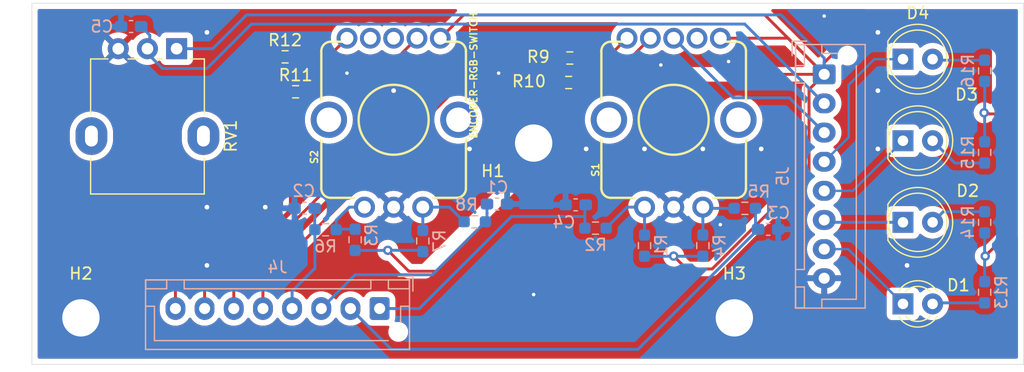
<source format=kicad_pcb>
(kicad_pcb (version 20240108) (generator "pcbnew") (generator_version "8.0")
  (layers (0 "F.Cu" signal) (31 "B.Cu" signal) (34 "B.Paste" user) (35 "F.Paste" user) (36 "B.SilkS" user "B.Silkscreen") (37 "F.SilkS" user "F.Silkscreen") (38 "B.Mask" user) (39 "F.Mask" user) (44 "Edge.Cuts" user))
  (net 0 "")
  (net 1 "GND")
  (net 2 "B Encodeur 2")
  (net 3 "A Encodeur 2")
  (net 4 "B Encodeur 1")
  (net 5 "A Encodeur 1")
  (net 6 "Potar_volume")
  (net 7 "Net-(D1-A)")
  (net 8 "band0")
  (net 9 "Net-(D2-A)")
  (net 10 "band1")
  (net 11 "band2")
  (net 12 "Net-(D3-A)")
  (net 13 "Net-(D4-A)")
  (net 14 "band3")
  (net 15 "TIM3_CH1")
  (net 16 "TIM3_CH2")
  (net 17 "TIM3_CH4")
  (net 18 "TIM3_CH3")
  (net 19 "+3.3V")
  (net 20 "EQ_BAND_BTN")
  (net 21 "Net-(R1-Pad2)")
  (net 22 "Net-(R3-Pad2)")
  (net 23 "Net-(R4-Pad2)")
  (net 24 "Net-(R7-Pad2)")
  (net 25 "Net-(R9-Pad1)")
  (net 26 "Net-(R10-Pad1)")
  (net 27 "Net-(R11-Pad2)")
  (net 28 "Net-(R12-Pad2)")
  (footprint "LED_THT:LED_D5.0mm" (layer "F.Cu") (at 214.6499 44.8)
    (property "Reference" "D4" (at 1.27 -3.96 0) (layer "F.SilkS"))
    (property "Value" "Red")
    (fp_line (start -1.29 -1.545) (end -1.29 1.545) (stroke (width 0.12)) (layer "F.SilkS"))
    (fp_arc (start -1.29 -1.54483) (mid 2.072002 -2.880433) (end 4.26 0.000462) (stroke (width 0.12)) (layer "F.SilkS"))
    (fp_arc (start 4.26 -0.000462) (mid 2.072002 2.880433) (end -1.29 1.54483) (stroke (width 0.12)) (layer "F.SilkS"))
    (fp_circle (center 1.27 0) (end 3.77 0) (stroke (width 0.12)) (fill none) (layer "F.SilkS"))
    (pad "1" thru_hole rect (at 0 0) (size 1.8 1.8) (drill 0.9) (layers "*.Cu" "*.Mask") (net 14 "band3"))
    (pad "2" thru_hole circle (at 2.54 0) (size 1.8 1.8) (drill 0.9) (layers "*.Cu" "*.Mask") (net 13 "Net-(D4-A)"))
  )
  (footprint "WITNS:ENCODER_LED_3" (layer "F.Cu") (at 195 50)
    (property "Reference" "S1" (at -6.7 4.3 90) (layer "F.SilkS") (effects (font (size 0.6096 0.6096) (thickness 0.127))))
    (property "Value" "ENCODER-RGB-SWITCH" (hide yes))
    (fp_line (start -6.1976 -1.69926) (end -6.1976 -5.8928) (stroke (width 0.2032)) (layer "F.SilkS"))
    (fp_line (start -6.1976 1.69926) (end -6.1976 5.8928) (stroke (width 0.2032)) (layer "F.SilkS"))
    (fp_line (start -5.39242 -6.69798) (end -3.8989 -6.69798) (stroke (width 0.2032)) (layer "F.SilkS"))
    (fp_line (start -5.39242 6.69798) (end -3.39852 6.69798) (stroke (width 0.2032)) (layer "F.SilkS"))
    (fp_line (start 5.39242 -6.69798) (end 3.8989 -6.69798) (stroke (width 0.2032)) (layer "F.SilkS"))
    (fp_line (start 5.39242 6.69798) (end 3.39852 6.69798) (stroke (width 0.2032)) (layer "F.SilkS"))
    (fp_line (start 6.1976 -1.69926) (end 6.1976 -5.8928) (stroke (width 0.2032)) (layer "F.SilkS"))
    (fp_line (start 6.1976 1.69926) (end 6.1976 5.8928) (stroke (width 0.2032)) (layer "F.SilkS"))
    (fp_arc (start -6.1976 -5.8928) (mid -5.961768 -6.462148) (end -5.39242 -6.69798) (stroke (width 0.2032)) (layer "F.SilkS"))
    (fp_arc (start -5.39242 6.69798) (mid -5.961768 6.462148) (end -6.1976 5.8928) (stroke (width 0.2032)) (layer "F.SilkS"))
    (fp_arc (start 5.39242 -6.69798) (mid 5.961755 -6.462141) (end 6.1976 -5.8928) (stroke (width 0.2032)) (layer "F.SilkS"))
    (fp_arc (start 6.1976 5.8928) (mid 5.961771 6.462151) (end 5.39242 6.69798) (stroke (width 0.2032)) (layer "F.SilkS"))
    (fp_circle (center 0 0) (end 0 -2.99974) (stroke (width 0.2032)) (fill none) (layer "F.SilkS"))
    (pad "1" thru_hole circle (at -3.99796 -6.9977) (size 1.778 1.778) (drill 1.09982) (layers "*.Cu" "*.Mask") (net 25 "Net-(R9-Pad1)"))
    (pad "2" thru_hole circle (at -1.99898 -6.9977) (size 1.778 1.778) (drill 1.09982) (layers "*.Cu" "*.Mask") (net 26 "Net-(R10-Pad1)"))
    (pad "3" thru_hole circle (at 0 -6.9977) (size 1.778 1.778) (drill 1.09982) (layers "*.Cu" "*.Mask") (net 20 "EQ_BAND_BTN"))
    (pad "4" thru_hole circle (at 1.99898 -6.9977) (size 1.778 1.778) (drill 1.09982) (layers "*.Cu" "*.Mask"))
    (pad "5" thru_hole circle (at 3.99796 -6.9977) (size 1.778 1.778) (drill 1.09982) (layers "*.Cu" "*.Mask") (net 19 "+3.3V"))
    (pad "A" thru_hole circle (at -2.49936 7.49808) (size 1.79832 1.79832) (drill 1.09982) (layers "*.Cu" "*.Mask") (net 21 "Net-(R1-Pad2)"))
    (pad "B" thru_hole circle (at 2.49936 7.49808) (size 1.79832 1.79832) (drill 1.09982) (layers "*.Cu" "*.Mask") (net 23 "Net-(R4-Pad2)"))
    (pad "C" thru_hole circle (at 0 7.49808) (size 1.79832 1.79832) (drill 1.09982) (layers "*.Cu" "*.Mask") (net 1 "GND"))
    (pad "M1" thru_hole circle (at -5.5499 0) (size 3.11404 3.11404) (drill 2.09804) (layers "*.Cu" "*.Mask"))
    (pad "M2" thru_hole circle (at 5.5499 0) (size 3.11404 3.11404) (drill 2.09804) (layers "*.Cu" "*.Mask"))
  )
  (footprint "MountingHole:MountingHole_3.2mm_M3_DIN965_Pad" (layer "F.Cu") (at 144.2 67)
    (property "Reference" "H2" (at 0 -3.8 0) (layer "F.SilkS"))
    (property "Value" "MountingHole_Pad")
    (pad "1" thru_hole circle (at 0 0) (size 5.6 5.6) (drill 3.2) (layers "*.Cu" "*.Mask") (net 1 "GND"))
  )
  (footprint "WITNS:ENCODER_LED_3" (layer "F.Cu") (at 171 50)
    (property "Reference" "S2" (at -6.8 3.2 90) (layer "F.SilkS") (effects (font (size 0.6096 0.6096) (thickness 0.127))))
    (property "Value" "ENCODER-RGB-SWITCH" (at 6.858 -3.81 90) (layer "F.SilkS") (effects (font (size 0.6096 0.6096) (thickness 0.127))))
    (fp_line (start -6.1976 -1.69926) (end -6.1976 -5.8928) (stroke (width 0.2032)) (layer "F.SilkS"))
    (fp_line (start -6.1976 1.69926) (end -6.1976 5.8928) (stroke (width 0.2032)) (layer "F.SilkS"))
    (fp_line (start -5.39242 -6.69798) (end -3.8989 -6.69798) (stroke (width 0.2032)) (layer "F.SilkS"))
    (fp_line (start -5.39242 6.69798) (end -3.39852 6.69798) (stroke (width 0.2032)) (layer "F.SilkS"))
    (fp_line (start 5.39242 -6.69798) (end 3.8989 -6.69798) (stroke (width 0.2032)) (layer "F.SilkS"))
    (fp_line (start 5.39242 6.69798) (end 3.39852 6.69798) (stroke (width 0.2032)) (layer "F.SilkS"))
    (fp_line (start 6.1976 -1.69926) (end 6.1976 -5.8928) (stroke (width 0.2032)) (layer "F.SilkS"))
    (fp_line (start 6.1976 1.69926) (end 6.1976 5.8928) (stroke (width 0.2032)) (layer "F.SilkS"))
    (fp_arc (start -6.1976 -5.8928) (mid -5.961768 -6.462148) (end -5.39242 -6.69798) (stroke (width 0.2032)) (layer "F.SilkS"))
    (fp_arc (start -5.39242 6.69798) (mid -5.961768 6.462148) (end -6.1976 5.8928) (stroke (width 0.2032)) (layer "F.SilkS"))
    (fp_arc (start 5.39242 -6.69798) (mid 5.961755 -6.462141) (end 6.1976 -5.8928) (stroke (width 0.2032)) (layer "F.SilkS"))
    (fp_arc (start 6.1976 5.8928) (mid 5.961771 6.462151) (end 5.39242 6.69798) (stroke (width 0.2032)) (layer "F.SilkS"))
    (fp_circle (center 0 0) (end 0 -2.99974) (stroke (width 0.2032)) (fill none) (layer "F.SilkS"))
    (pad "1" thru_hole circle (at -3.99796 -6.9977) (size 1.778 1.778) (drill 1.09982) (layers "*.Cu" "*.Mask") (net 28 "Net-(R12-Pad2)"))
    (pad "2" thru_hole circle (at -1.99898 -6.9977) (size 1.778 1.778) (drill 1.09982) (layers "*.Cu" "*.Mask"))
    (pad "3" thru_hole circle (at 0 -6.9977) (size 1.778 1.778) (drill 1.09982) (layers "*.Cu" "*.Mask"))
    (pad "4" thru_hole circle (at 1.99898 -6.9977) (size 1.778 1.778) (drill 1.09982) (layers "*.Cu" "*.Mask") (net 27 "Net-(R11-Pad2)"))
    (pad "5" thru_hole circle (at 3.99796 -6.9977) (size 1.778 1.778) (drill 1.09982) (layers "*.Cu" "*.Mask") (net 19 "+3.3V"))
    (pad "A" thru_hole circle (at -2.49936 7.49808) (size 1.79832 1.79832) (drill 1.09982) (layers "*.Cu" "*.Mask") (net 22 "Net-(R3-Pad2)"))
    (pad "B" thru_hole circle (at 2.49936 7.49808) (size 1.79832 1.79832) (drill 1.09982) (layers "*.Cu" "*.Mask") (net 24 "Net-(R7-Pad2)"))
    (pad "C" thru_hole circle (at 0 7.49808) (size 1.79832 1.79832) (drill 1.09982) (layers "*.Cu" "*.Mask") (net 1 "GND"))
    (pad "M1" thru_hole circle (at -5.5499 0) (size 3.11404 3.11404) (drill 2.09804) (layers "*.Cu" "*.Mask"))
    (pad "M2" thru_hole circle (at 5.5499 0) (size 3.11404 3.11404) (drill 2.09804) (layers "*.Cu" "*.Mask"))
  )
  (footprint "LED_THT:LED_D3.0mm" (layer "F.Cu") (at 214.6499 65.8)
    (property "Reference" "D1" (at 4.7501 -1.6 0) (layer "F.SilkS"))
    (property "Value" "Green")
    (fp_line (start -0.29 -1.236) (end -0.29 -1.08) (stroke (width 0.12)) (layer "F.SilkS"))
    (fp_line (start -0.29 1.08) (end -0.29 1.236) (stroke (width 0.12)) (layer "F.SilkS"))
    (fp_arc (start -0.29 -1.235516) (mid 1.366487 -1.987659) (end 2.942335 -1.078608) (stroke (width 0.12)) (layer "F.SilkS"))
    (fp_arc (start 0.229039 -1.08) (mid 1.270117 -1.5) (end 2.31113 -1.079837) (stroke (width 0.12)) (layer "F.SilkS"))
    (fp_arc (start 2.31113 1.079837) (mid 1.270117 1.5) (end 0.229039 1.08) (stroke (width 0.12)) (layer "F.SilkS"))
    (fp_arc (start 2.942335 1.078608) (mid 1.366487 1.987659) (end -0.29 1.235516) (stroke (width 0.12)) (layer "F.SilkS"))
    (pad "1" thru_hole rect (at 0 0) (size 1.8 1.8) (drill 0.9) (layers "*.Cu" "*.Mask") (net 8 "band0"))
    (pad "2" thru_hole circle (at 2.54 0) (size 1.8 1.8) (drill 0.9) (layers "*.Cu" "*.Mask") (net 7 "Net-(D1-A)"))
  )
  (footprint "LED_THT:LED_D5.0mm" (layer "F.Cu") (at 214.6499 58.8)
    (property "Reference" "D2" (at 5.5501 -2.7 0) (layer "F.SilkS"))
    (property "Value" "Yellow")
    (fp_line (start -1.29 -1.545) (end -1.29 1.545) (stroke (width 0.12)) (layer "F.SilkS"))
    (fp_arc (start -1.29 -1.54483) (mid 2.072002 -2.880433) (end 4.26 0.000462) (stroke (width 0.12)) (layer "F.SilkS"))
    (fp_arc (start 4.26 -0.000462) (mid 2.072002 2.880433) (end -1.29 1.54483) (stroke (width 0.12)) (layer "F.SilkS"))
    (fp_circle (center 1.27 0) (end 3.77 0) (stroke (width 0.12)) (fill none) (layer "F.SilkS"))
    (pad "1" thru_hole rect (at 0 0) (size 1.8 1.8) (drill 0.9) (layers "*.Cu" "*.Mask") (net 10 "band1"))
    (pad "2" thru_hole circle (at 2.54 0) (size 1.8 1.8) (drill 0.9) (layers "*.Cu" "*.Mask") (net 9 "Net-(D2-A)"))
  )
  (footprint "Resistor_SMD:R_0603_1608Metric_Pad0.98x0.95mm_HandSolder" (layer "F.Cu") (at 186.1 44.7 180)
    (property "Reference" "R9" (at 2.7 0.1 180) (layer "F.SilkS"))
    (property "Value" "160")
    (fp_line (start -0.254724 0.5225) (end 0.254724 0.5225) (stroke (width 0.12)) (layer "F.SilkS"))
    (fp_line (start -0.254724 -0.5225) (end 0.254724 -0.5225) (stroke (width 0.12)) (layer "F.SilkS"))
    (pad "1" smd roundrect (at -0.9125 0 180) (size 0.975 0.95) (layers "F.Cu" "F.Paste" "F.Mask") (net 25 "Net-(R9-Pad1)"))
    (pad "2" smd roundrect (at 0.9125 0 180) (size 0.975 0.95) (layers "F.Cu" "F.Paste" "F.Mask") (net 16 "TIM3_CH2"))
  )
  (footprint "LED_THT:LED_D5.0mm" (layer "F.Cu") (at 214.6499 51.8)
    (property "Reference" "D3" (at 5.4501 -3.96 0) (layer "F.SilkS"))
    (property "Value" "Orange")
    (fp_line (start -1.29 -1.545) (end -1.29 1.545) (stroke (width 0.12)) (layer "F.SilkS"))
    (fp_arc (start -1.29 -1.54483) (mid 2.072002 -2.880433) (end 4.26 0.000462) (stroke (width 0.12)) (layer "F.SilkS"))
    (fp_arc (start 4.26 -0.000462) (mid 2.072002 2.880433) (end -1.29 1.54483) (stroke (width 0.12)) (layer "F.SilkS"))
    (fp_circle (center 1.27 0) (end 3.77 0) (stroke (width 0.12)) (fill none) (layer "F.SilkS"))
    (pad "1" thru_hole rect (at 0 0) (size 1.8 1.8) (drill 0.9) (layers "*.Cu" "*.Mask") (net 11 "band2"))
    (pad "2" thru_hole circle (at 2.54 0) (size 1.8 1.8) (drill 0.9) (layers "*.Cu" "*.Mask") (net 12 "Net-(D3-A)"))
  )
  (footprint "WITNS:Potentiometer_Alpha_RD901F-40-00D_Single_Vertical" (layer "F.Cu") (at 149.9 51.4 -90)
    (property "Reference" "RV1" (at 0 -7.14 90) (layer "F.SilkS"))
    (property "Value" "B10K")
    (fp_line (start -6.62 4.87) (end -1.9 4.87) (stroke (width 0.12)) (layer "F.SilkS"))
    (fp_line (start -6.62 4.87) (end -6.62 3.38) (stroke (width 0.12)) (layer "F.SilkS"))
    (fp_line (start 1.91 4.87) (end 4.97 4.87) (stroke (width 0.12)) (layer "F.SilkS"))
    (fp_line (start 4.97 4.87) (end 4.97 -4.87) (stroke (width 0.12)) (layer "F.SilkS"))
    (fp_line (start -6.62 1.66) (end -6.62 0.83) (stroke (width 0.12)) (layer "F.SilkS"))
    (fp_line (start -6.62 -0.79) (end -6.62 -1.32) (stroke (width 0.12)) (layer "F.SilkS"))
    (fp_line (start -6.62 -3.69) (end -6.62 -4.87) (stroke (width 0.12)) (layer "F.SilkS"))
    (fp_line (start 1.91 -4.87) (end 4.97 -4.87) (stroke (width 0.12)) (layer "F.SilkS"))
    (fp_line (start -6.62 -4.88) (end -1.9 -4.88) (stroke (width 0.12)) (layer "F.SilkS"))
    (pad "" thru_hole oval (at 0 -4.8) (size 2.72 3.24) (drill oval 1.1 1.8) (layers "*.Cu" "*.Mask"))
    (pad "" thru_hole oval (at 0 4.8) (size 2.72 3.24) (drill oval 1.1 1.8) (layers "*.Cu" "*.Mask"))
    (pad "1" thru_hole rect (at -7.5 -2.5) (size 1.8 1.8) (drill 1) (layers "*.Cu" "*.Mask") (net 19 "+3.3V"))
    (pad "2" thru_hole circle (at -7.5 0) (size 1.8 1.8) (drill 1) (layers "*.Cu" "*.Mask") (net 6 "Potar_volume"))
    (pad "3" thru_hole circle (at -7.5 2.5) (size 1.8 1.8) (drill 1) (layers "*.Cu" "*.Mask") (net 1 "GND"))
  )
  (footprint "MountingHole:MountingHole_3.2mm_M3_DIN965_Pad" (layer "F.Cu") (at 200.2 67)
    (property "Reference" "H3" (at 0 -3.8 0) (layer "F.SilkS"))
    (property "Value" "MountingHole_Pad")
    (pad "1" thru_hole circle (at 0 0) (size 5.6 5.6) (drill 3.2) (layers "*.Cu" "*.Mask") (net 1 "GND"))
  )
  (footprint "Resistor_SMD:R_0603_1608Metric_Pad0.98x0.95mm_HandSolder" (layer "F.Cu") (at 162.6 47.6)
    (property "Reference" "R11" (at 0 -1.43 0) (layer "F.SilkS"))
    (property "Value" "120")
    (fp_line (start -0.254724 -0.5225) (end 0.254724 -0.5225) (stroke (width 0.12)) (layer "F.SilkS"))
    (fp_line (start -0.254724 0.5225) (end 0.254724 0.5225) (stroke (width 0.12)) (layer "F.SilkS"))
    (pad "1" smd roundrect (at -0.9125 0) (size 0.975 0.95) (layers "F.Cu" "F.Paste" "F.Mask") (net 18 "TIM3_CH3"))
    (pad "2" smd roundrect (at 0.9125 0) (size 0.975 0.95) (layers "F.Cu" "F.Paste" "F.Mask") (net 27 "Net-(R11-Pad2)"))
  )
  (footprint "MountingHole:MountingHole_3.2mm_M3_DIN965_Pad" (layer "F.Cu") (at 183 52)
    (property "Reference" "H1" (at -3.5 2.4 0) (layer "F.SilkS"))
    (property "Value" "MountingHole_Pad")
    (pad "1" thru_hole circle (at 0 0) (size 5.6 5.6) (drill 3.2) (layers "*.Cu" "*.Mask") (net 1 "GND"))
  )
  (footprint "Resistor_SMD:R_0603_1608Metric_Pad0.98x0.95mm_HandSolder" (layer "F.Cu") (at 186 46.8 180)
    (property "Reference" "R10" (at 3.4 0.1 180) (layer "F.SilkS"))
    (property "Value" "180")
    (fp_line (start -0.254724 0.5225) (end 0.254724 0.5225) (stroke (width 0.12)) (layer "F.SilkS"))
    (fp_line (start -0.254724 -0.5225) (end 0.254724 -0.5225) (stroke (width 0.12)) (layer "F.SilkS"))
    (pad "1" smd roundrect (at -0.9125 0 180) (size 0.975 0.95) (layers "F.Cu" "F.Paste" "F.Mask") (net 26 "Net-(R10-Pad1)"))
    (pad "2" smd roundrect (at 0.9125 0 180) (size 0.975 0.95) (layers "F.Cu" "F.Paste" "F.Mask") (net 15 "TIM3_CH1"))
  )
  (footprint "Resistor_SMD:R_0603_1608Metric_Pad0.98x0.95mm_HandSolder" (layer "F.Cu") (at 161.7 44.6)
    (property "Reference" "R12" (at 0 -1.43 0) (layer "F.SilkS"))
    (property "Value" "160")
    (fp_line (start -0.254724 -0.5225) (end 0.254724 -0.5225) (stroke (width 0.12)) (layer "F.SilkS"))
    (fp_line (start -0.254724 0.5225) (end 0.254724 0.5225) (stroke (width 0.12)) (layer "F.SilkS"))
    (pad "1" smd roundrect (at -0.9125 0) (size 0.975 0.95) (layers "F.Cu" "F.Paste" "F.Mask") (net 17 "TIM3_CH4"))
    (pad "2" smd roundrect (at 0.9125 0) (size 0.975 0.95) (layers "F.Cu" "F.Paste" "F.Mask") (net 28 "Net-(R12-Pad2)"))
  )
  (footprint "Capacitor_SMD:C_0603_1608Metric_Pad1.08x0.95mm_HandSolder" (layer "B.Cu") (at 179.8625 57.23 180)
    (property "Reference" "C1" (at 0 1.43 180) (layer "B.SilkS") (effects (justify mirror)))
    (property "Value" "10nF")
    (fp_line (start 0.146267 0.51) (end -0.146267 0.51) (stroke (width 0.12)) (layer "B.SilkS"))
    (fp_line (start 0.146267 -0.51) (end -0.146267 -0.51) (stroke (width 0.12)) (layer "B.SilkS"))
    (pad "1" smd roundrect (at -0.8625 0 180) (size 1.075 0.95) (layers "B.Cu" "B.Paste" "B.Mask") (net 1 "GND"))
    (pad "2" smd roundrect (at 0.8625 0 180) (size 1.075 0.95) (layers "B.Cu" "B.Paste" "B.Mask") (net 2 "B Encodeur 2"))
  )
  (footprint "Resistor_SMD:R_0603_1608Metric_Pad0.98x0.95mm_HandSolder" (layer "B.Cu") (at 167.7 60.3 90)
    (property "Reference" "R3" (at 0.4 1.4 -90) (layer "B.SilkS") (effects (justify mirror)))
    (property "Value" "10k")
    (fp_line (start 0.254724 -0.5225) (end -0.254724 -0.5225) (stroke (width 0.12)) (layer "B.SilkS"))
    (fp_line (start 0.254724 0.5225) (end -0.254724 0.5225) (stroke (width 0.12)) (layer "B.SilkS"))
    (pad "1" smd roundrect (at -0.9125 0 90) (size 0.975 0.95) (layers "B.Cu" "B.Paste" "B.Mask") (net 19 "+3.3V"))
    (pad "2" smd roundrect (at 0.9125 0 90) (size 0.975 0.95) (layers "B.Cu" "B.Paste" "B.Mask") (net 22 "Net-(R3-Pad2)"))
  )
  (footprint "Resistor_SMD:R_0603_1608Metric_Pad0.98x0.95mm_HandSolder" (layer "B.Cu") (at 165.1649 59.43473)
    (property "Reference" "R6" (at 0 1.43 0) (layer "B.SilkS") (effects (justify mirror)))
    (property "Value" "10k")
    (fp_line (start 0.254724 -0.5225) (end -0.254724 -0.5225) (stroke (width 0.12)) (layer "B.SilkS"))
    (fp_line (start 0.254724 0.5225) (end -0.254724 0.5225) (stroke (width 0.12)) (layer "B.SilkS"))
    (pad "1" smd roundrect (at -0.9125 0) (size 0.975 0.95) (layers "B.Cu" "B.Paste" "B.Mask") (net 3 "A Encodeur 2"))
    (pad "2" smd roundrect (at 0.9125 0) (size 0.975 0.95) (layers "B.Cu" "B.Paste" "B.Mask") (net 22 "Net-(R3-Pad2)"))
  )
  (footprint "Resistor_SMD:R_0603_1608Metric_Pad0.98x0.95mm_HandSolder" (layer "B.Cu") (at 201.1 57.6 180)
    (property "Reference" "R5" (at -1.2 1.43 180) (layer "B.SilkS") (effects (justify mirror)))
    (property "Value" "10k")
    (fp_line (start 0.254724 0.5225) (end -0.254724 0.5225) (stroke (width 0.12)) (layer "B.SilkS"))
    (fp_line (start 0.254724 -0.5225) (end -0.254724 -0.5225) (stroke (width 0.12)) (layer "B.SilkS"))
    (pad "1" smd roundrect (at -0.9125 0 180) (size 0.975 0.95) (layers "B.Cu" "B.Paste" "B.Mask") (net 4 "B Encodeur 1"))
    (pad "2" smd roundrect (at 0.9125 0 180) (size 0.975 0.95) (layers "B.Cu" "B.Paste" "B.Mask") (net 23 "Net-(R4-Pad2)"))
  )
  (footprint "Resistor_SMD:R_0603_1608Metric_Pad0.98x0.95mm_HandSolder" (layer "B.Cu") (at 221.6499 52.8 -90)
    (property "Reference" "R15" (at 0 1.43 90) (layer "B.SilkS") (effects (justify mirror)))
    (property "Value" "160")
    (fp_line (start 0.254724 0.5225) (end -0.254724 0.5225) (stroke (width 0.12)) (layer "B.SilkS"))
    (fp_line (start 0.254724 -0.5225) (end -0.254724 -0.5225) (stroke (width 0.12)) (layer "B.SilkS"))
    (pad "1" smd roundrect (at -0.9125 0 270) (size 0.975 0.95) (layers "B.Cu" "B.Paste" "B.Mask") (net 19 "+3.3V"))
    (pad "2" smd roundrect (at 0.9125 0 270) (size 0.975 0.95) (layers "B.Cu" "B.Paste" "B.Mask") (net 12 "Net-(D3-A)"))
  )
  (footprint "Resistor_SMD:R_0603_1608Metric_Pad0.98x0.95mm_HandSolder" (layer "B.Cu") (at 192.5 60.8 90)
    (property "Reference" "R1" (at 0 1.43 -90) (layer "B.SilkS") (effects (justify mirror)))
    (property "Value" "10k")
    (fp_line (start 0.254724 -0.5225) (end -0.254724 -0.5225) (stroke (width 0.12)) (layer "B.SilkS"))
    (fp_line (start 0.254724 0.5225) (end -0.254724 0.5225) (stroke (width 0.12)) (layer "B.SilkS"))
    (pad "1" smd roundrect (at -0.9125 0 90) (size 0.975 0.95) (layers "B.Cu" "B.Paste" "B.Mask") (net 19 "+3.3V"))
    (pad "2" smd roundrect (at 0.9125 0 90) (size 0.975 0.95) (layers "B.Cu" "B.Paste" "B.Mask") (net 21 "Net-(R1-Pad2)"))
  )
  (footprint "Capacitor_SMD:C_0603_1608Metric_Pad1.08x0.95mm_HandSolder" (layer "B.Cu") (at 163.3699 57.59473)
    (property "Reference" "C2" (at -0.0699 -1.49473 0) (layer "B.SilkS") (effects (justify mirror)))
    (property "Value" "10nF")
    (fp_line (start 0.146267 -0.51) (end -0.146267 -0.51) (stroke (width 0.12)) (layer "B.SilkS"))
    (fp_line (start 0.146267 0.51) (end -0.146267 0.51) (stroke (width 0.12)) (layer "B.SilkS"))
    (pad "1" smd roundrect (at -0.8625 0) (size 1.075 0.95) (layers "B.Cu" "B.Paste" "B.Mask") (net 1 "GND"))
    (pad "2" smd roundrect (at 0.8625 0) (size 1.075 0.95) (layers "B.Cu" "B.Paste" "B.Mask") (net 3 "A Encodeur 2"))
  )
  (footprint "Resistor_SMD:R_0603_1608Metric_Pad0.98x0.95mm_HandSolder" (layer "B.Cu") (at 177.955 58.755 180)
    (property "Reference" "R8" (at 0.7125 1.475 180) (layer "B.SilkS") (effects (justify mirror)))
    (property "Value" "10k")
    (fp_line (start 0.254724 0.5225) (end -0.254724 0.5225) (stroke (width 0.12)) (layer "B.SilkS"))
    (fp_line (start 0.254724 -0.5225) (end -0.254724 -0.5225) (stroke (width 0.12)) (layer "B.SilkS"))
    (pad "1" smd roundrect (at -0.9125 0 180) (size 0.975 0.95) (layers "B.Cu" "B.Paste" "B.Mask") (net 2 "B Encodeur 2"))
    (pad "2" smd roundrect (at 0.9125 0 180) (size 0.975 0.95) (layers "B.Cu" "B.Paste" "B.Mask") (net 24 "Net-(R7-Pad2)"))
  )
  (footprint "Resistor_SMD:R_0603_1608Metric_Pad0.98x0.95mm_HandSolder" (layer "B.Cu") (at 221.6499 45.8 -90)
    (property "Reference" "R16" (at 0 1.43 90) (layer "B.SilkS") (effects (justify mirror)))
    (property "Value" "160")
    (fp_line (start 0.254724 0.5225) (end -0.254724 0.5225) (stroke (width 0.12)) (layer "B.SilkS"))
    (fp_line (start 0.254724 -0.5225) (end -0.254724 -0.5225) (stroke (width 0.12)) (layer "B.SilkS"))
    (pad "1" smd roundrect (at -0.9125 0 270) (size 0.975 0.95) (layers "B.Cu" "B.Paste" "B.Mask") (net 13 "Net-(D4-A)"))
    (pad "2" smd roundrect (at 0.9125 0 270) (size 0.975 0.95) (layers "B.Cu" "B.Paste" "B.Mask") (net 19 "+3.3V"))
  )
  (footprint "Connector_JST:JST_XH_B8B-XH-AM_1x08_P2.50mm_Vertical" (layer "B.Cu") (at 169.8 66.2 180)
    (property "Reference" "J4" (at 8.75 3.55 180) (layer "B.SilkS") (effects (justify mirror)))
    (property "Value" "Conn_01x08")
    (fp_line (start 20.06 2.46) (end 20.06 -3.51) (stroke (width 0.12)) (layer "B.SilkS"))
    (fp_line (start 20.06 -3.51) (end -2.56 -3.51) (stroke (width 0.12)) (layer "B.SilkS"))
    (fp_line (start 20.05 2.45) (end 20.05 1.7) (stroke (width 0.12)) (layer "B.SilkS"))
    (fp_line (start 20.05 1.7) (end 18.25 1.7) (stroke (width 0.12)) (layer "B.SilkS"))
    (fp_line (start 19.3 0.2) (end 20.05 0.2) (stroke (width 0.12)) (layer "B.SilkS"))
    (fp_line (start 19.3 -2.75) (end 19.3 0.2) (stroke (width 0.12)) (layer "B.SilkS"))
    (fp_line (start 18.25 2.45) (end 20.05 2.45) (stroke (width 0.12)) (layer "B.SilkS"))
    (fp_line (start 18.25 1.7) (end 18.25 2.45) (stroke (width 0.12)) (layer "B.SilkS"))
    (fp_line (start 16.75 2.45) (end 16.75 1.7) (stroke (width 0.12)) (layer "B.SilkS"))
    (fp_line (start 16.75 1.7) (end 0.75 1.7) (stroke (width 0.12)) (layer "B.SilkS"))
    (fp_line (start 8.75 -2.75) (end 19.3 -2.75) (stroke (width 0.12)) (layer "B.SilkS"))
    (fp_line (start 0.75 2.45) (end 16.75 2.45) (stroke (width 0.12)) (layer "B.SilkS"))
    (fp_line (start 0.75 1.7) (end 0.75 2.45) (stroke (width 0.12)) (layer "B.SilkS"))
    (fp_line (start -0.74 -2.75) (end 8.75 -2.75) (stroke (width 0.12)) (layer "B.SilkS"))
    (fp_line (start -0.75 2.45) (end -0.75 1.7) (stroke (width 0.12)) (layer "B.SilkS"))
    (fp_line (start -0.75 1.7) (end -2.55 1.7) (stroke (width 0.12)) (layer "B.SilkS"))
    (fp_line (start -1.8 0.2) (end -2.55 0.2) (stroke (width 0.12)) (layer "B.SilkS"))
    (fp_line (start -1.8 -1.14) (end -1.8 0.2) (stroke (width 0.12)) (layer "B.SilkS"))
    (fp_line (start -2.55 2.45) (end -0.75 2.45) (stroke (width 0.12)) (layer "B.SilkS"))
    (fp_line (start -2.55 1.7) (end -2.55 2.45) (stroke (width 0.12)) (layer "B.SilkS"))
    (fp_line (start -2.56 2.46) (end 20.06 2.46) (stroke (width 0.12)) (layer "B.SilkS"))
    (fp_line (start -2.56 -3.51) (end -2.56 2.46) (stroke (width 0.12)) (layer "B.SilkS"))
    (fp_line (start -2.85 2.75) (end -1.6 2.75) (stroke (width 0.12)) (layer "B.SilkS"))
    (fp_line (start -2.85 1.5) (end -2.85 2.75) (stroke (width 0.12)) (layer "B.SilkS"))
    (pad "" np_thru_hole circle (at -1.6 -2 180) (size 1.2 1.2) (drill 1.2) (layers "*.Cu" "*.Mask"))
    (pad "1" thru_hole roundrect (at 0 0 180) (size 1.7 1.95) (drill 0.95) (layers "*.Cu" "*.Mask") (roundrect_rratio 0.147059) (net 5 "A Encodeur 1"))
    (pad "2" thru_hole oval (at 2.5 0 180) (size 1.7 1.95) (drill 0.95) (layers "*.Cu" "*.Mask") (net 4 "B Encodeur 1"))
    (pad "3" thru_hole oval (at 5 0 180) (size 1.7 1.95) (drill 0.95) (layers "*.Cu" "*.Mask") (net 2 "B Encodeur 2"))
    (pad "4" thru_hole oval (at 7.5 0 180) (size 1.7 1.95) (drill 0.95) (layers "*.Cu" "*.Mask") (net 3 "A Encodeur 2"))
    (pad "5" thru_hole oval (at 10 0 180) (size 1.7 1.95) (drill 0.95) (layers "*.Cu" "*.Mask") (net 15 "TIM3_CH1"))
    (pad "6" thru_hole oval (at 12.5 0 180) (size 1.7 1.95) (drill 0.95) (layers "*.Cu" "*.Mask") (net 16 "TIM3_CH2"))
    (pad "7" thru_hole oval (at 15 0 180) (size 1.7 1.95) (drill 0.95) (layers "*.Cu" "*.Mask") (net 18 "TIM3_CH3"))
    (pad "8" thru_hole oval (at 17.5 0 180) (size 1.7 1.95) (drill 0.95) (layers "*.Cu" "*.Mask") (net 17 "TIM3_CH4"))
  )
  (footprint "Resistor_SMD:R_0603_1608Metric_Pad0.98x0.95mm_HandSolder" (layer "B.Cu") (at 173.5 60.4 90)
    (property "Reference" "R7" (at 0 1.43 -90) (layer "B.SilkS") (effects (justify mirror)))
    (property "Value" "10k")
    (fp_line (start 0.254724 -0.5225) (end -0.254724 -0.5225) (stroke (width 0.12)) (layer "B.SilkS"))
    (fp_line (start 0.254724 0.5225) (end -0.254724 0.5225) (stroke (width 0.12)) (layer "B.SilkS"))
    (pad "1" smd roundrect (at -0.9125 0 90) (size 0.975 0.95) (layers "B.Cu" "B.Paste" "B.Mask") (net 19 "+3.3V"))
    (pad "2" smd roundrect (at 0.9125 0 90) (size 0.975 0.95) (layers "B.Cu" "B.Paste" "B.Mask") (net 24 "Net-(R7-Pad2)"))
  )
  (footprint "Capacitor_SMD:C_0603_1608Metric_Pad1.08x0.95mm_HandSolder" (layer "B.Cu") (at 203.1 59.4 180)
    (property "Reference" "C3" (at -0.9 1.4 180) (layer "B.SilkS") (effects (justify mirror)))
    (property "Value" "10nF")
    (fp_line (start 0.146267 0.51) (end -0.146267 0.51) (stroke (width 0.12)) (layer "B.SilkS"))
    (fp_line (start 0.146267 -0.51) (end -0.146267 -0.51) (stroke (width 0.12)) (layer "B.SilkS"))
    (pad "1" smd roundrect (at -0.8625 0 180) (size 1.075 0.95) (layers "B.Cu" "B.Paste" "B.Mask") (net 1 "GND"))
    (pad "2" smd roundrect (at 0.8625 0 180) (size 1.075 0.95) (layers "B.Cu" "B.Paste" "B.Mask") (net 4 "B Encodeur 1"))
  )
  (footprint "Connector_JST:JST_XH_B8B-XH-AM_1x08_P2.50mm_Vertical" (layer "B.Cu") (at 207.9 46.1 -90)
    (property "Reference" "J5" (at 8.75 3.55 90) (layer "B.SilkS") (effects (justify mirror)))
    (property "Value" "Conn_01x08")
    (fp_line (start -2.85 2.75) (end -1.6 2.75) (stroke (width 0.12)) (layer "B.SilkS"))
    (fp_line (start -2.56 2.46) (end 20.06 2.46) (stroke (width 0.12)) (layer "B.SilkS"))
    (fp_line (start 20.06 2.46) (end 20.06 -3.51) (stroke (width 0.12)) (layer "B.SilkS"))
    (fp_line (start -2.55 2.45) (end -0.75 2.45) (stroke (width 0.12)) (layer "B.SilkS"))
    (fp_line (start -0.75 2.45) (end -0.75 1.7) (stroke (width 0.12)) (layer "B.SilkS"))
    (fp_line (start 0.75 2.45) (end 16.75 2.45) (stroke (width 0.12)) (layer "B.SilkS"))
    (fp_line (start 16.75 2.45) (end 16.75 1.7) (stroke (width 0.12)) (layer "B.SilkS"))
    (fp_line (start 18.25 2.45) (end 20.05 2.45) (stroke (width 0.12)) (layer "B.SilkS"))
    (fp_line (start 20.05 2.45) (end 20.05 1.7) (stroke (width 0.12)) (layer "B.SilkS"))
    (fp_line (start -2.55 1.7) (end -2.55 2.45) (stroke (width 0.12)) (layer "B.SilkS"))
    (fp_line (start -0.75 1.7) (end -2.55 1.7) (stroke (width 0.12)) (layer "B.SilkS"))
    (fp_line (start 0.75 1.7) (end 0.75 2.45) (stroke (width 0.12)) (layer "B.SilkS"))
    (fp_line (start 16.75 1.7) (end 0.75 1.7) (stroke (width 0.12)) (layer "B.SilkS"))
    (fp_line (start 18.25 1.7) (end 18.25 2.45) (stroke (width 0.12)) (layer "B.SilkS"))
    (fp_line (start 20.05 1.7) (end 18.25 1.7) (stroke (width 0.12)) (layer "B.SilkS"))
    (fp_line (start -2.85 1.5) (end -2.85 2.75) (stroke (width 0.12)) (layer "B.SilkS"))
    (fp_line (start -1.8 0.2) (end -2.55 0.2) (stroke (width 0.12)) (layer "B.SilkS"))
    (fp_line (start 19.3 0.2) (end 20.05 0.2) (stroke (width 0.12)) (layer "B.SilkS"))
    (fp_line (start -1.8 -1.14) (end -1.8 0.2) (stroke (width 0.12)) (layer "B.SilkS"))
    (fp_line (start -0.74 -2.75) (end 8.75 -2.75) (stroke (width 0.12)) (layer "B.SilkS"))
    (fp_line (start 8.75 -2.75) (end 19.3 -2.75) (stroke (width 0.12)) (layer "B.SilkS"))
    (fp_line (start 19.3 -2.75) (end 19.3 0.2) (stroke (width 0.12)) (layer "B.SilkS"))
    (fp_line (start -2.56 -3.51) (end -2.56 2.46) (stroke (width 0.12)) (layer "B.SilkS"))
    (fp_line (start 20.06 -3.51) (end -2.56 -3.51) (stroke (width 0.12)) (layer "B.SilkS"))
    (pad "" np_thru_hole circle (at -1.6 -2 270) (size 1.2 1.2) (drill 1.2) (layers "*.Cu" "*.Mask"))
    (pad "1" thru_hole roundrect (at 0 0 270) (size 1.7 1.95) (drill 0.95) (layers "*.Cu" "*.Mask") (roundrect_rratio 0.147059) (net 19 "+3.3V"))
    (pad "2" thru_hole oval (at 2.5 0 270) (size 1.7 1.95) (drill 0.95) (layers "*.Cu" "*.Mask") (net 6 "Potar_volume"))
    (pad "3" thru_hole oval (at 5 0 270) (size 1.7 1.95) (drill 0.95) (layers "*.Cu" "*.Mask") (net 20 "EQ_BAND_BTN"))
    (pad "4" thru_hole oval (at 7.5 0 270) (size 1.7 1.95) (drill 0.95) (layers "*.Cu" "*.Mask") (net 14 "band3"))
    (pad "5" thru_hole oval (at 10 0 270) (size 1.7 1.95) (drill 0.95) (layers "*.Cu" "*.Mask") (net 11 "band2"))
    (pad "6" thru_hole oval (at 12.5 0 270) (size 1.7 1.95) (drill 0.95) (layers "*.Cu" "*.Mask") (net 10 "band1"))
    (pad "7" thru_hole oval (at 15 0 270) (size 1.7 1.95) (drill 0.95) (layers "*.Cu" "*.Mask") (net 8 "band0"))
    (pad "8" thru_hole oval (at 17.5 0 270) (size 1.7 1.95) (drill 0.95) (layers "*.Cu" "*.Mask") (net 1 "GND"))
  )
  (footprint "Resistor_SMD:R_0603_1608Metric_Pad0.98x0.95mm_HandSolder" (layer "B.Cu") (at 221.6499 64.8 90)
    (property "Reference" "R13" (at 0 1.43 -90) (layer "B.SilkS") (effects (justify mirror)))
    (property "Value" "180")
    (fp_line (start 0.254724 -0.5225) (end -0.254724 -0.5225) (stroke (width 0.12)) (layer "B.SilkS"))
    (fp_line (start 0.254724 0.5225) (end -0.254724 0.5225) (stroke (width 0.12)) (layer "B.SilkS"))
    (pad "1" smd roundrect (at -0.9125 0 90) (size 0.975 0.95) (layers "B.Cu" "B.Paste" "B.Mask") (net 7 "Net-(D1-A)"))
    (pad "2" smd roundrect (at 0.9125 0 90) (size 0.975 0.95) (layers "B.Cu" "B.Paste" "B.Mask") (net 19 "+3.3V"))
  )
  (footprint "Resistor_SMD:R_0603_1608Metric_Pad0.98x0.95mm_HandSolder" (layer "B.Cu") (at 197.5 60.8 90)
    (property "Reference" "R4" (at 0 1.43 -90) (layer "B.SilkS") (effects (justify mirror)))
    (property "Value" "10k")
    (fp_line (start 0.254724 -0.5225) (end -0.254724 -0.5225) (stroke (width 0.12)) (layer "B.SilkS"))
    (fp_line (start 0.254724 0.5225) (end -0.254724 0.5225) (stroke (width 0.12)) (layer "B.SilkS"))
    (pad "1" smd roundrect (at -0.9125 0 90) (size 0.975 0.95) (layers "B.Cu" "B.Paste" "B.Mask") (net 19 "+3.3V"))
    (pad "2" smd roundrect (at 0.9125 0 90) (size 0.975 0.95) (layers "B.Cu" "B.Paste" "B.Mask") (net 23 "Net-(R4-Pad2)"))
  )
  (footprint "Resistor_SMD:R_0603_1608Metric_Pad0.98x0.95mm_HandSolder" (layer "B.Cu") (at 221.6499 58.8 -90)
    (property "Reference" "R14" (at 0 1.43 90) (layer "B.SilkS") (effects (justify mirror)))
    (property "Value" "180")
    (fp_line (start 0.254724 0.5225) (end -0.254724 0.5225) (stroke (width 0.12)) (layer "B.SilkS"))
    (fp_line (start 0.254724 -0.5225) (end -0.254724 -0.5225) (stroke (width 0.12)) (layer "B.SilkS"))
    (pad "1" smd roundrect (at -0.9125 0 270) (size 0.975 0.95) (layers "B.Cu" "B.Paste" "B.Mask") (net 9 "Net-(D2-A)"))
    (pad "2" smd roundrect (at 0.9125 0 270) (size 0.975 0.95) (layers "B.Cu" "B.Paste" "B.Mask") (net 19 "+3.3V"))
  )
  (footprint "Capacitor_SMD:C_0603_1608Metric_Pad1.08x0.95mm_HandSolder" (layer "B.Cu") (at 148.5 42)
    (property "Reference" "C5" (at -2.5 0 0) (layer "B.SilkS") (effects (justify mirror)))
    (property "Value" "100nF")
    (fp_line (start 0.146267 -0.51) (end -0.146267 -0.51) (stroke (width 0.12)) (layer "B.SilkS"))
    (fp_line (start 0.146267 0.51) (end -0.146267 0.51) (stroke (width 0.12)) (layer "B.SilkS"))
    (pad "1" smd roundrect (at -0.8625 0) (size 1.075 0.95) (layers "B.Cu" "B.Paste" "B.Mask") (net 1 "GND"))
    (pad "2" smd roundrect (at 0.8625 0) (size 1.075 0.95) (layers "B.Cu" "B.Paste" "B.Mask") (net 6 "Potar_volume"))
  )
  (footprint "Resistor_SMD:R_0603_1608Metric_Pad0.98x0.95mm_HandSolder" (layer "B.Cu") (at 188.3 59.3)
    (property "Reference" "R2" (at 0 1.43 0) (layer "B.SilkS") (effects (justify mirror)))
    (property "Value" "10k")
    (fp_line (start 0.254724 -0.5225) (end -0.254724 -0.5225) (stroke (width 0.12)) (layer "B.SilkS"))
    (fp_line (start 0.254724 0.5225) (end -0.254724 0.5225) (stroke (width 0.12)) (layer "B.SilkS"))
    (pad "1" smd roundrect (at -0.9125 0) (size 0.975 0.95) (layers "B.Cu" "B.Paste" "B.Mask") (net 5 "A Encodeur 1"))
    (pad "2" smd roundrect (at 0.9125 0) (size 0.975 0.95) (layers "B.Cu" "B.Paste" "B.Mask") (net 21 "Net-(R1-Pad2)"))
  )
  (footprint "Capacitor_SMD:C_0603_1608Metric_Pad1.08x0.95mm_HandSolder" (layer "B.Cu") (at 186.6 57.3)
    (property "Reference" "C4" (at -1 1.5 0) (layer "B.SilkS") (effects (justify mirror)))
    (property "Value" "10nF")
    (fp_line (start 0.146267 -0.51) (end -0.146267 -0.51) (stroke (width 0.12)) (layer "B.SilkS"))
    (fp_line (start 0.146267 0.51) (end -0.146267 0.51) (stroke (width 0.12)) (layer "B.SilkS"))
    (pad "1" smd roundrect (at -0.8625 0) (size 1.075 0.95) (layers "B.Cu" "B.Paste" "B.Mask") (net 1 "GND"))
    (pad "2" smd roundrect (at 0.8625 0) (size 1.075 0.95) (layers "B.Cu" "B.Paste" "B.Mask") (net 5 "A Encodeur 1"))
  )
  (gr_line (start 225 40) (end 225 71) (stroke (width 0.05)) (layer "Edge.Cuts"))
  (gr_line (start 140 71) (end 140 40) (stroke (width 0.05)) (layer "Edge.Cuts"))
  (gr_line (start 225 71) (end 140 71) (stroke (width 0.05)) (layer "Edge.Cuts"))
  (gr_line (start 140 40) (end 225 40) (stroke (width 0.05)) (layer "Edge.Cuts"))
  (via (at 207.9 41.1) (size 0.6) (drill 0.3) (layers "F.Cu" "B.Cu") (net 1))
  (via (at 199.7 45) (size 0.6) (drill 0.3) (layers "F.Cu" "B.Cu") (net 1))
  (via (at 155 42.5) (size 0.8) (drill 0.4) (layers "F.Cu" "B.Cu") (net 1))
  (via (at 202.5 52.5) (size 0.8) (drill 0.4) (layers "F.Cu" "B.Cu") (net 1))
  (via (at 183 65) (size 0.6) (drill 0.3) (layers "F.Cu" "B.Cu") (net 1))
  (via (at 192.5 52.5) (size 0.8) (drill 0.4) (layers "F.Cu" "B.Cu") (net 1))
  (via (at 180 46) (size 0.6) (drill 0.3) (layers "F.Cu" "B.Cu") (net 1))
  (via (at 193.9 45.3) (size 0.6) (drill 0.3) (layers "F.Cu" "B.Cu") (net 1))
  (via (at 212.5 47.5) (size 0.8) (drill 0.4) (layers "F.Cu" "B.Cu") (net 1))
  (via (at 197.5 52.5) (size 0.8) (drill 0.4) (layers "F.Cu" "B.Cu") (net 1))
  (via (at 212.5 52.5) (size 0.8) (drill 0.4) (layers "F.Cu" "B.Cu") (net 1))
  (via (at 171 47.5) (size 0.8) (drill 0.4) (layers "F.Cu" "B.Cu") (net 1))
  (via (at 199 59) (size 0.6) (drill 0.3) (layers "F.Cu" "B.Cu") (net 1))
  (via (at 177.5 52.5) (size 0.8) (drill 0.4) (layers "F.Cu" "B.Cu") (net 1))
  (via (at 187.5 52.5) (size 0.8) (drill 0.4) (layers "F.Cu" "B.Cu") (net 1))
  (via (at 160 57.5) (size 0.8) (drill 0.4) (layers "F.Cu" "B.Cu") (net 1))
  (via (at 215 62.5) (size 0.8) (drill 0.4) (layers "F.Cu" "B.Cu") (net 1))
  (via (at 155 62.5) (size 0.8) (drill 0.4) (layers "F.Cu" "B.Cu") (net 1))
  (via (at 212.5 42.5) (size 0.8) (drill 0.4) (layers "F.Cu" "B.Cu") (net 1))
  (via (at 167 46) (size 0.6) (drill 0.3) (layers "F.Cu" "B.Cu") (net 1))
  (via (at 155 57.5) (size 0.8) (drill 0.4) (layers "F.Cu" "B.Cu") (net 1))
  (segment (start 178.8675 58.755) (end 174.3225 63.3) (width 0.25) (layer "B.Cu") (net 2))
  (segment (start 179 57.23) (end 179 57.97) (width 0.25) (layer "B.Cu") (net 2))
  (segment (start 179 57.97) (end 179 58.6225) (width 0.25) (layer "B.Cu") (net 2))
  (segment (start 167.7 63.3) (end 164.8 66.2) (width 0.25) (layer "B.Cu") (net 2))
  (segment (start 174.3225 63.3) (end 167.7 63.3) (width 0.25) (layer "B.Cu") (net 2))
  (segment (start 179 58.6225) (end 178.8675 58.755) (width 0.25) (layer "B.Cu") (net 2))
  (segment (start 164.2524 62.7476) (end 162.3 64.7) (width 0.25) (layer "B.Cu") (net 3))
  (segment (start 164.2324 57.59473) (end 164.2324 59.41473) (width 0.25) (layer "B.Cu") (net 3))
  (segment (start 164.2324 59.41473) (end 164.2524 59.43473) (width 0.25) (layer "B.Cu") (net 3))
  (segment (start 164.2524 59.43473) (end 164.2524 62.7476) (width 0.25) (layer "B.Cu") (net 3))
  (segment (start 162.3 64.7) (end 162.3 66.2) (width 0.25) (layer "B.Cu") (net 3))
  (segment (start 167.3 66.2) (end 170.8 69.7) (width 0.25) (layer "B.Cu") (net 4))
  (segment (start 202.0125 59.175) (end 202.2375 59.4) (width 0.25) (layer "B.Cu") (net 4))
  (segment (start 191.9375 69.7) (end 202.2375 59.4) (width 0.25) (layer "B.Cu") (net 4))
  (segment (start 202.0125 57.6) (end 202.0125 59.175) (width 0.25) (layer "B.Cu") (net 4))
  (segment (start 170.8 69.7) (end 191.9375 69.7) (width 0.25) (layer "B.Cu") (net 4))
  (segment (start 173.2 66.2) (end 169.8 66.2) (width 0.25) (layer "B.Cu") (net 5))
  (segment (start 187.3875 58.3) (end 187.3875 57.375) (width 0.25) (layer "B.Cu") (net 5))
  (segment (start 187.3875 59.3) (end 187.3875 58.3) (width 0.25) (layer "B.Cu") (net 5))
  (segment (start 187.3875 58.3) (end 181.1 58.3) (width 0.25) (layer "B.Cu") (net 5))
  (segment (start 181.1 58.3) (end 173.2 66.2) (width 0.25) (layer "B.Cu") (net 5))
  (segment (start 187.3875 57.375) (end 187.4625 57.3) (width 0.25) (layer "B.Cu") (net 5))
  (segment (start 149.3625 42) (end 150.1 42.7375) (width 0.25) (layer "B.Cu") (net 6))
  (segment (start 158.8117 41.7883) (end 155 45.6) (width 0.25) (layer "B.Cu") (net 6))
  (segment (start 207.9 48.6) (end 201.0883 41.7883) (width 0.25) (layer "B.Cu") (net 6))
  (segment (start 201.0883 41.7883) (end 158.8117 41.7883) (width 0.25) (layer "B.Cu") (net 6))
  (segment (start 155 45.6) (end 151.2 45.6) (width 0.25) (layer "B.Cu") (net 6))
  (segment (start 150.1 42.7375) (end 150.1 43.7) (width 0.25) (layer "B.Cu") (net 6))
  (segment (start 150.1 43.7) (end 149.9 43.9) (width 0.25) (layer "B.Cu") (net 6))
  (segment (start 149.9 44.3) (end 149.9 43.9) (width 0.25) (layer "B.Cu") (net 6))
  (segment (start 151.2 45.6) (end 149.9 44.3) (width 0.25) (layer "B.Cu") (net 6))
  (segment (start 217.2774 65.7125) (end 217.1899 65.8) (width 0.25) (layer "B.Cu") (net 7))
  (segment (start 221.6499 65.7125) (end 217.2774 65.7125) (width 0.25) (layer "B.Cu") (net 7))
  (segment (start 207.9 61.1) (end 209.9499 61.1) (width 0.2) (layer "B.Cu") (net 8))
  (segment (start 209.9499 61.1) (end 214.6499 65.8) (width 0.2) (layer "B.Cu") (net 8))
  (segment (start 221.6499 57.8875) (end 218.1024 57.8875) (width 0.25) (layer "B.Cu") (net 9))
  (segment (start 218.1024 57.8875) (end 217.1899 58.8) (width 0.25) (layer "B.Cu") (net 9))
  (segment (start 214.4499 58.6) (end 214.6499 58.8) (width 0.25) (layer "F.Cu") (net 10))
  (segment (start 214.6499 58.8) (end 208.1 58.8) (width 0.25) (layer "B.Cu") (net 10))
  (segment (start 208.1 58.8) (end 207.9 58.6) (width 0.25) (layer "B.Cu") (net 10))
  (segment (start 214.6499 51.8) (end 210.3499 56.1) (width 0.2) (layer "B.Cu") (net 11))
  (segment (start 210.3499 56.1) (end 207.9 56.1) (width 0.2) (layer "B.Cu") (net 11))
  (segment (start 221.6499 53.7125) (end 219.1024 53.7125) (width 0.25) (layer "B.Cu") (net 12))
  (segment (start 219.1024 53.7125) (end 217.1899 51.8) (width 0.25) (layer "B.Cu") (net 12))
  (segment (start 217.2774 44.8875) (end 217.1899 44.8) (width 0.25) (layer "B.Cu") (net 13))
  (segment (start 221.6499 44.8875) (end 217.2774 44.8875) (width 0.25) (layer "B.Cu") (net 13))
  (segment (start 210 47) (end 210 51.5) (width 0.2) (layer "B.Cu") (net 14))
  (segment (start 210 51.5) (end 207.9 53.6) (width 0.2) (layer "B.Cu") (net 14))
  (segment (start 212.2 44.8) (end 210 47) (width 0.2) (layer "B.Cu") (net 14))
  (segment (start 214.6499 44.8) (end 212.2 44.8) (width 0.2) (layer "B.Cu") (net 14))
  (segment (start 159.8 63.9) (end 159.8 66.2) (width 0.25) (layer "F.Cu") (net 15))
  (segment (start 176.9 46.8) (end 159.8 63.9) (width 0.25) (layer "F.Cu") (net 15))
  (segment (start 185.0875 46.8) (end 176.9 46.8) (width 0.25) (layer "F.Cu") (net 15))
  (segment (start 176.5 44.7) (end 185.1875 44.7) (width 0.25) (layer "F.Cu") (net 16))
  (segment (start 157.3 63.9) (end 176.5 44.7) (width 0.25) (layer "F.Cu") (net 16))
  (segment (start 157.3 66.2) (end 157.3 63.9) (width 0.25) (layer "F.Cu") (net 16))
  (segment (start 152.3 64.1) (end 152.3 66.2) (width 0.25) (layer "F.Cu") (net 17))
  (segment (start 160.4 56) (end 152.3 64.1) (width 0.25) (layer "F.Cu") (net 17))
  (segment (start 160.7875 44.6) (end 160.4 44.9875) (width 0.25) (layer "F.Cu") (net 17))
  (segment (start 160.4 44.9875) (end 160.4 56) (width 0.25) (layer "F.Cu") (net 17))
  (segment (start 161.6875 47.6) (end 161.4 47.8875) (width 0.25) (layer "F.Cu") (net 18))
  (segment (start 161.4 47.8875) (end 161.4 57.4) (width 0.25) (layer "F.Cu") (net 18))
  (segment (start 161.4 57.4) (end 154.8 64) (width 0.25) (layer "F.Cu") (net 18))
  (segment (start 154.8 64) (end 154.8 66.2) (width 0.25) (layer "F.Cu") (net 18))
  (segment (start 196.1 62.8) (end 195 61.7) (width 0.25) (layer "F.Cu") (net 19))
  (segment (start 221.9 49.4) (end 222 49.5) (width 0.25) (layer "F.Cu") (net 19))
  (segment (start 221.7 61.7) (end 221.8 61.8) (width 0.25) (layer "F.Cu") (net 19))
  (segment (start 198.3 62.8) (end 196.1 62.8) (width 0.25) (layer "F.Cu") (net 19))
  (segment (start 199.00026 43) (end 198.99796 43.0023) (width 0.25) (layer "F.Cu") (net 19))
  (segment (start 202.8 41) (end 177.00026 41) (width 0.25) (layer "F.Cu") (net 19))
  (segment (start 221.7 61.7) (end 223.9 59.5) (width 0.25) (layer "F.Cu") (net 19))
  (segment (start 222.9 49.5) (end 222.9 43.8) (width 0.25) (layer "F.Cu") (net 19))
  (segment (start 204.8 43) (end 199.00026 43) (width 0.25) (layer "F.Cu") (net 19))
  (segment (start 223.9 59.5) (end 223.9 50.5) (width 0.25) (layer "F.Cu") (net 19))
  (segment (start 207.9 45.1) (end 207.9 46.1) (width 0.25) (layer "F.Cu") (net 19))
  (segment (start 221.6 49.4) (end 221.9 49.4) (width 0.25) (layer "F.Cu") (net 19))
  (segment (start 223.9 50.5) (end 222.9 49.5) (width 0.25) (layer "F.Cu") (net 19))
  (segment (start 207.9 46.1) (end 204.8 43) (width 0.25) (layer "F.Cu") (net 19))
  (segment (start 172.3 63) (end 170.5 61.2) (width 0.25) (layer "F.Cu") (net 19))
  (segment (start 177.00026 41) (end 174.99796 43.0023) (width 0.25) (layer "F.Cu") (net 19))
  (segment (start 206.6 54.5) (end 198.3 62.8) (width 0.25) (layer "F.Cu") (net 19))
  (segment (start 206.6 47.4) (end 206.6 54.5) (width 0.25) (layer "F.Cu") (net 19))
  (segment (start 222.9 43.8) (end 220.3 41.2) (width 0.25) (layer "F.Cu") (net 19))
  (segment (start 222 49.5) (end 221.7 49.5) (width 0.25) (layer "F.Cu") (net 19))
  (segment (start 207.9 46.1) (end 200.7 46.1) (width 0.25) (layer "F.Cu") (net 19))
  (segment (start 222.9 49.5) (end 222 49.5) (width 0.25) (layer "F.Cu") (net 19))
  (segment (start 221.7 49.5) (end 221.6 49.4) (width 0.25) (layer "F.Cu") (net 19))
  (segment (start 200.7 46.1) (end 183.8 63) (width 0.25) (layer "F.Cu") (net 19))
  (segment (start 220.3 41.2) (end 211.8 41.2) (width 0.25) (layer "F.Cu") (net 19))
  (segment (start 211.8 41.2) (end 207.9 45.1) (width 0.25) (layer "F.Cu") (net 19))
  (segment (start 207.9 46.1) (end 206.6 47.4) (width 0.25) (layer "F.Cu") (net 19))
  (segment (start 207.9 46.1) (end 202.8 41) (width 0.25) (layer "F.Cu") (net 19))
  (segment (start 183.8 63) (end 172.3 63) (width 0.25) (layer "F.Cu") (net 19))
  (via (at 221.7 61.7) (size 0.8) (drill 0.4) (layers "F.Cu" "B.Cu") (net 19))
  (via (at 221.6 49.4) (size 0.8) (drill 0.4) (layers "F.Cu" "B.Cu") (net 19))
  (via (at 195 61.7) (size 0.8) (drill 0.4) (layers "F.Cu" "B.Cu") (net 19))
  (via (at 170.5 61.2) (size 0.8) (drill 0.4) (layers "F.Cu" "B.Cu") (net 19))
  (segment (start 167.7 61.2125) (end 170.4875 61.2125) (width 0.25) (layer "B.Cu") (net 19))
  (segment (start 173.5 61.3125) (end 173.3875 61.2) (width 0.25) (layer "B.Cu") (net 19))
  (segment (start 173.3875 61.2) (end 170.5 61.2) (width 0.25) (layer "B.Cu") (net 19))
  (segment (start 221.6499 63.8875) (end 221.6499 61.7501) (width 0.25) (layer "B.Cu") (net 19))
  (segment (start 194.9875 61.7125) (end 195 61.7) (width 0.25) (layer "B.Cu") (net 19))
  (segment (start 221.6499 61.7501) (end 221.7 61.7) (width 0.25) (layer "B.Cu") (net 19))
  (segment (start 221.6 49.4) (end 221.6499 49.3501) (width 0.25) (layer "B.Cu") (net 19))
  (segment (start 207.9 46.1) (end 207.9 44.7) (width 0.25) (layer "B.Cu") (net 19))
  (segment (start 195.0125 61.7125) (end 195 61.7) (width 0.25) (layer "B.Cu") (net 19))
  (segment (start 221.6499 49.4499) (end 221.6499 51.8875) (width 0.25) (layer "B.Cu") (net 19))
  (segment (start 155.5 43.9) (end 152.4 43.9) (width 0.25) (layer "B.Cu") (net 19))
  (segment (start 221.6499 61.6499) (end 221.7 61.7) (width 0.25) (layer "B.Cu") (net 19))
  (segment (start 192.5 61.7125) (end 194.9875 61.7125) (width 0.25) (layer "B.Cu") (net 19))
  (segment (start 170.4875 61.2125) (end 170.5 61.2) (width 0.25) (layer "B.Cu") (net 19))
  (segment (start 158.4 41) (end 155.5 43.9) (width 0.25) (layer "B.Cu") (net 19))
  (segment (start 207.9 44.7) (end 204.2 41) (width 0.25) (layer "B.Cu") (net 19))
  (segment (start 221.6 49.4) (end 221.6499 49.4499) (width 0.25) (layer "B.Cu") (net 19))
  (segment (start 221.6499 59.7125) (end 221.6499 61.6499) (width 0.25) (layer "B.Cu") (net 19))
  (segment (start 204.2 41) (end 158.4 41) (width 0.25) (layer "B.Cu") (net 19))
  (segment (start 197.5 61.7125) (end 195.0125 61.7125) (width 0.25) (layer "B.Cu") (net 19))
  (segment (start 221.6499 49.3501) (end 221.6499 46.7125) (width 0.25) (layer "B.Cu") (net 19))
  (segment (start 207.9 51.1) (end 204.91798 48.11798) (width 0.25) (layer "B.Cu") (net 20))
  (segment (start 200.11568 48.11798) (end 195 43.0023) (width 0.25) (layer "B.Cu") (net 20))
  (segment (start 204.91798 48.11798) (end 200.11568 48.11798) (width 0.25) (layer "B.Cu") (net 20))
  (segment (start 191.01442 57.49808) (end 189.2125 59.3) (width 0.25) (layer "B.Cu") (net 21))
  (segment (start 192.5 57.49872) (end 192.50064 57.49808) (width 0.25) (layer "B.Cu") (net 21))
  (segment (start 192.50064 57.49808) (end 191.01442 57.49808) (width 0.25) (layer "B.Cu") (net 21))
  (segment (start 192.5 59.8875) (end 192.5 57.49872) (width 0.25) (layer "B.Cu") (net 21))
  (segment (start 166.0774 58.6226) (end 167.20192 57.49808) (width 0.25) (layer "B.Cu") (net 22))
  (segment (start 167.7 59.3875) (end 166.12463 59.3875) (width 0.25) (layer "B.Cu") (net 22))
  (segment (start 166.12463 59.3875) (end 166.0774 59.43473) (width 0.25) (layer "B.Cu") (net 22))
  (segment (start 167.20192 57.49808) (end 168.50064 57.49808) (width 0.25) (layer "B.Cu") (net 22))
  (segment (start 166.0774 59.43473) (end 166.0774 58.6226) (width 0.25) (layer "B.Cu") (net 22))
  (segment (start 200.1875 57.6) (end 198.35118 57.6) (width 0.25) (layer "B.Cu") (net 23))
  (segment (start 197.5 57.49872) (end 197.49936 57.49808) (width 0.25) (layer "B.Cu") (net 23))
  (segment (start 197.5 59.8875) (end 197.5 57.49872) (width 0.25) (layer "B.Cu") (net 23))
  (segment (start 177.0425 58.755) (end 175.78558 57.49808) (width 0.25) (layer "B.Cu") (net 24))
  (segment (start 173.5 59.4875) (end 173.5 57.49872) (width 0.25) (layer "B.Cu") (net 24))
  (segment (start 175.78558 57.49808) (end 173.49936 57.49808) (width 0.25) (layer "B.Cu") (net 24))
  (segment (start 173.5 57.49872) (end 173.49936 57.49808) (width 0.25) (layer "B.Cu") (net 24))
  (segment (start 187.0125 44.7) (end 189.30434 44.7) (width 0.25) (layer "F.Cu") (net 25))
  (segment (start 189.30434 44.7) (end 191.00204 43.0023) (width 0.25) (layer "F.Cu") (net 25))
  (segment (start 186.9125 46.8) (end 189.20332 46.8) (width 0.25) (layer "F.Cu") (net 26))
  (segment (start 189.20332 46.8) (end 193.00102 43.0023) (width 0.25) (layer "F.Cu") (net 26))
  (segment (start 163.5125 47.6) (end 168.40128 47.6) (width 0.25) (layer "F.Cu") (net 27))
  (segment (start 168.40128 47.6) (end 172.99898 43.0023) (width 0.25) (layer "F.Cu") (net 27))
  (segment (start 162.6125 44.6) (end 165.40434 44.6) (width 0.25) (layer "F.Cu") (net 28))
  (segment (start 165.40434 44.6) (end 167.00204 43.0023) (width 0.25) (layer "F.Cu") (net 28))
  (zone (net 1) (net_name "GND") (layers "F&B.Cu") (connect_pads (clearance 0.5)) (min_thickness 0.25) (fill yes (thermal_gap 0.5) (thermal_bridge_width 0.5))
    (polygon (pts (xy 140 40) (xy 225 40) (xy 225 71) (xy 140 71)))
  )
)
</source>
